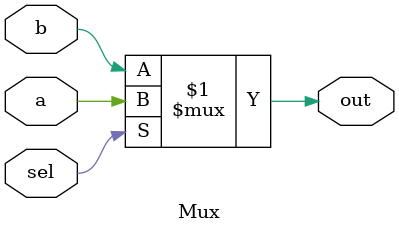
<source format=v>
`timescale 1ns / 1ps


module Mux(
    input a, b, sel,
    output out
    );
    
    assign out = (sel)? a:b;
endmodule

</source>
